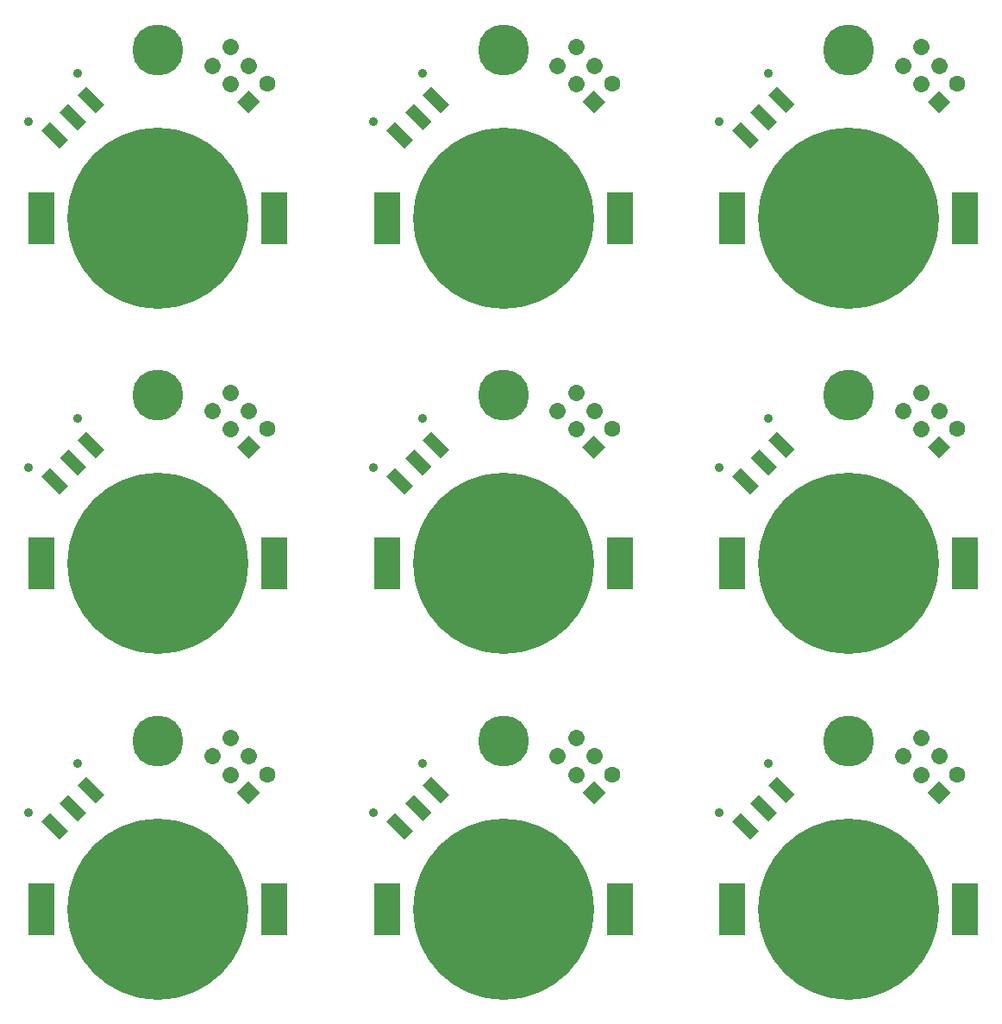
<source format=gbs>
%MOIN*%
%OFA0B0*%
%FSLAX46Y46*%
%IPPOS*%
%LPD*%
%ADD10C,0.0039370078740157488*%
%ADD11C,0.19685039370078741*%
%ADD12C,0.70000000000000007*%
%ADD13R,0.1X0.2*%
%ADD14C,0.062992125984251982*%
%ADD15C,0.062992125984251982*%
%ADD16C,0.035433070866141732*%
%ADD27C,0.0039370078740157488*%
%ADD28C,0.19685039370078741*%
%ADD29C,0.70000000000000007*%
%ADD30R,0.1X0.2*%
%ADD31C,0.062992125984251982*%
%ADD32C,0.062992125984251982*%
%ADD33C,0.035433070866141732*%
%ADD34C,0.0039370078740157488*%
%ADD35C,0.19685039370078741*%
%ADD36C,0.70000000000000007*%
%ADD37R,0.1X0.2*%
%ADD38C,0.062992125984251982*%
%ADD39C,0.062992125984251982*%
%ADD40C,0.035433070866141732*%
%ADD41C,0.0039370078740157488*%
%ADD42C,0.19685039370078741*%
%ADD43C,0.70000000000000007*%
%ADD44R,0.1X0.2*%
%ADD45C,0.062992125984251982*%
%ADD46C,0.062992125984251982*%
%ADD47C,0.035433070866141732*%
%ADD48C,0.0039370078740157488*%
%ADD49C,0.19685039370078741*%
%ADD50C,0.70000000000000007*%
%ADD51R,0.1X0.2*%
%ADD52C,0.062992125984251982*%
%ADD53C,0.062992125984251982*%
%ADD54C,0.035433070866141732*%
%ADD55C,0.0039370078740157488*%
%ADD56C,0.19685039370078741*%
%ADD57C,0.70000000000000007*%
%ADD58R,0.1X0.2*%
%ADD59C,0.062992125984251982*%
%ADD60C,0.062992125984251982*%
%ADD61C,0.035433070866141732*%
%ADD62C,0.0039370078740157488*%
%ADD63C,0.19685039370078741*%
%ADD64C,0.70000000000000007*%
%ADD65R,0.1X0.2*%
%ADD66C,0.062992125984251982*%
%ADD67C,0.062992125984251982*%
%ADD68C,0.035433070866141732*%
%ADD69C,0.0039370078740157488*%
%ADD70C,0.19685039370078741*%
%ADD71C,0.70000000000000007*%
%ADD72R,0.1X0.2*%
%ADD73C,0.062992125984251982*%
%ADD74C,0.062992125984251982*%
%ADD75C,0.035433070866141732*%
%ADD76C,0.0039370078740157488*%
%ADD77C,0.19685039370078741*%
%ADD78C,0.70000000000000007*%
%ADD79R,0.1X0.2*%
%ADD80C,0.062992125984251982*%
%ADD81C,0.062992125984251982*%
%ADD82C,0.035433070866141732*%
G01*
D10*
D11*
X-0007591779Y0004208262D02*
X0000608220Y0001058262D03*
D12*
X0000608220Y0000408262D03*
D13*
X0001058220Y0000408262D03*
X0000158220Y0000408262D03*
D10*
G36*
X0000958220Y0000813720D02*
X0000913677Y0000858262D01*
X0000958220Y0000902804D01*
X0001002762Y0000858262D01*
X0000958220Y0000813720D01*
X0000958220Y0000813720D01*
G37*
D14*
X0001028930Y0000928972D03*
D15*
X0000887509Y0000928972D02*
X0000887509Y0000928972D01*
X0000958220Y0000999683D02*
X0000958220Y0000999683D01*
X0000816798Y0000999683D02*
X0000816798Y0000999683D01*
X0000887509Y0001070394D02*
X0000887509Y0001070394D01*
D16*
X0000296315Y0000969471D03*
D10*
G36*
X0000226718Y0000677163D02*
X0000157121Y0000746760D01*
X0000190527Y0000780167D01*
X0000260124Y0000710569D01*
X0000226718Y0000677163D01*
X0000226718Y0000677163D01*
G37*
G36*
X0000297428Y0000747873D02*
X0000227831Y0000817471D01*
X0000261238Y0000850877D01*
X0000330835Y0000781280D01*
X0000297428Y0000747873D01*
X0000297428Y0000747873D01*
G37*
G36*
X0000365912Y0000816357D02*
X0000296315Y0000885954D01*
X0000329722Y0000919361D01*
X0000399319Y0000849764D01*
X0000365912Y0000816357D01*
X0000365912Y0000816357D01*
G37*
D16*
X0000107011Y0000780167D03*
G04 next file*
G04 #@! TF.FileFunction,Soldermask,Bot*
G04 Gerber Fmt 4.6, Leading zero omitted, Abs format (unit mm)*
G04 Created by KiCad (PCBNEW 4.0.6) date 10/10/19 11:50:36*
G01*
G04 APERTURE LIST*
G04 APERTURE END LIST*
D27*
D28*
X-0007591779Y0005542896D02*
X0000608220Y0002392896D03*
D29*
X0000608220Y0001742896D03*
D30*
X0001058220Y0001742896D03*
X0000158220Y0001742896D03*
D27*
G36*
X0000958220Y0002148354D02*
X0000913677Y0002192896D01*
X0000958220Y0002237439D01*
X0001002762Y0002192896D01*
X0000958220Y0002148354D01*
X0000958220Y0002148354D01*
G37*
D31*
X0001028930Y0002263607D03*
D32*
X0000887509Y0002263607D02*
X0000887509Y0002263607D01*
X0000958220Y0002334318D02*
X0000958220Y0002334318D01*
X0000816798Y0002334318D02*
X0000816798Y0002334318D01*
X0000887509Y0002405028D02*
X0000887509Y0002405028D01*
D33*
X0000296315Y0002304105D03*
D27*
G36*
X0000226718Y0002011797D02*
X0000157121Y0002081395D01*
X0000190527Y0002114801D01*
X0000260124Y0002045204D01*
X0000226718Y0002011797D01*
X0000226718Y0002011797D01*
G37*
G36*
X0000297428Y0002082508D02*
X0000227831Y0002152105D01*
X0000261238Y0002185512D01*
X0000330835Y0002115915D01*
X0000297428Y0002082508D01*
X0000297428Y0002082508D01*
G37*
G36*
X0000365912Y0002150992D02*
X0000296315Y0002220589D01*
X0000329722Y0002253995D01*
X0000399319Y0002184398D01*
X0000365912Y0002150992D01*
X0000365912Y0002150992D01*
G37*
D33*
X0000107011Y0002114801D03*
G04 next file*
G04 #@! TF.FileFunction,Soldermask,Bot*
G04 Gerber Fmt 4.6, Leading zero omitted, Abs format (unit mm)*
G04 Created by KiCad (PCBNEW 4.0.6) date 10/10/19 11:50:36*
G01*
G04 APERTURE LIST*
G04 APERTURE END LIST*
D34*
D35*
X-0007591779Y0006877531D02*
X0000608220Y0003727531D03*
D36*
X0000608220Y0003077531D03*
D37*
X0001058220Y0003077531D03*
X0000158220Y0003077531D03*
D34*
G36*
X0000958220Y0003482989D02*
X0000913677Y0003527531D01*
X0000958220Y0003572073D01*
X0001002762Y0003527531D01*
X0000958220Y0003482989D01*
X0000958220Y0003482989D01*
G37*
D38*
X0001028930Y0003598242D03*
D39*
X0000887509Y0003598242D02*
X0000887509Y0003598242D01*
X0000958220Y0003668952D02*
X0000958220Y0003668952D01*
X0000816798Y0003668952D02*
X0000816798Y0003668952D01*
X0000887509Y0003739663D02*
X0000887509Y0003739663D01*
D40*
X0000296315Y0003638740D03*
D34*
G36*
X0000226718Y0003346432D02*
X0000157121Y0003416029D01*
X0000190527Y0003449436D01*
X0000260124Y0003379839D01*
X0000226718Y0003346432D01*
X0000226718Y0003346432D01*
G37*
G36*
X0000297428Y0003417143D02*
X0000227831Y0003486740D01*
X0000261238Y0003520146D01*
X0000330835Y0003450549D01*
X0000297428Y0003417143D01*
X0000297428Y0003417143D01*
G37*
G36*
X0000365912Y0003485626D02*
X0000296315Y0003555223D01*
X0000329722Y0003588630D01*
X0000399319Y0003519033D01*
X0000365912Y0003485626D01*
X0000365912Y0003485626D01*
G37*
D40*
X0000107011Y0003449436D03*
G04 next file*
G04 #@! TF.FileFunction,Soldermask,Bot*
G04 Gerber Fmt 4.6, Leading zero omitted, Abs format (unit mm)*
G04 Created by KiCad (PCBNEW 4.0.6) date 10/10/19 11:50:36*
G01*
G04 APERTURE LIST*
G04 APERTURE END LIST*
D41*
D42*
X-0006257173Y0004208262D02*
X0001942826Y0001058262D03*
D43*
X0001942826Y0000408262D03*
D44*
X0002392826Y0000408262D03*
X0001492826Y0000408262D03*
D41*
G36*
X0002292826Y0000813720D02*
X0002248284Y0000858262D01*
X0002292826Y0000902804D01*
X0002337368Y0000858262D01*
X0002292826Y0000813720D01*
X0002292826Y0000813720D01*
G37*
D45*
X0002363537Y0000928972D03*
D46*
X0002222115Y0000928972D02*
X0002222115Y0000928972D01*
X0002292826Y0000999683D02*
X0002292826Y0000999683D01*
X0002151405Y0000999683D02*
X0002151405Y0000999683D01*
X0002222115Y0001070394D02*
X0002222115Y0001070394D01*
D47*
X0001630921Y0000969471D03*
D41*
G36*
X0001561324Y0000677163D02*
X0001491727Y0000746760D01*
X0001525134Y0000780167D01*
X0001594731Y0000710569D01*
X0001561324Y0000677163D01*
X0001561324Y0000677163D01*
G37*
G36*
X0001632035Y0000747873D02*
X0001562438Y0000817471D01*
X0001595844Y0000850877D01*
X0001665441Y0000781280D01*
X0001632035Y0000747873D01*
X0001632035Y0000747873D01*
G37*
G36*
X0001700518Y0000816357D02*
X0001630921Y0000885954D01*
X0001664328Y0000919361D01*
X0001733925Y0000849764D01*
X0001700518Y0000816357D01*
X0001700518Y0000816357D01*
G37*
D47*
X0001441617Y0000780167D03*
G04 next file*
G04 #@! TF.FileFunction,Soldermask,Bot*
G04 Gerber Fmt 4.6, Leading zero omitted, Abs format (unit mm)*
G04 Created by KiCad (PCBNEW 4.0.6) date 10/10/19 11:50:36*
G01*
G04 APERTURE LIST*
G04 APERTURE END LIST*
D48*
D49*
X-0004922567Y0004208262D02*
X0003277432Y0001058262D03*
D50*
X0003277432Y0000408262D03*
D51*
X0003727432Y0000408262D03*
X0002827432Y0000408262D03*
D48*
G36*
X0003627432Y0000813720D02*
X0003582890Y0000858262D01*
X0003627432Y0000902804D01*
X0003671975Y0000858262D01*
X0003627432Y0000813720D01*
X0003627432Y0000813720D01*
G37*
D52*
X0003698143Y0000928972D03*
D53*
X0003556722Y0000928972D02*
X0003556722Y0000928972D01*
X0003627432Y0000999683D02*
X0003627432Y0000999683D01*
X0003486011Y0000999683D02*
X0003486011Y0000999683D01*
X0003556722Y0001070394D02*
X0003556722Y0001070394D01*
D54*
X0002965528Y0000969471D03*
D48*
G36*
X0002895931Y0000677163D02*
X0002826333Y0000746760D01*
X0002859740Y0000780167D01*
X0002929337Y0000710569D01*
X0002895931Y0000677163D01*
X0002895931Y0000677163D01*
G37*
G36*
X0002966641Y0000747873D02*
X0002897044Y0000817471D01*
X0002930451Y0000850877D01*
X0003000048Y0000781280D01*
X0002966641Y0000747873D01*
X0002966641Y0000747873D01*
G37*
G36*
X0003035125Y0000816357D02*
X0002965528Y0000885954D01*
X0002998934Y0000919361D01*
X0003068531Y0000849764D01*
X0003035125Y0000816357D01*
X0003035125Y0000816357D01*
G37*
D54*
X0002776223Y0000780167D03*
G04 next file*
G04 #@! TF.FileFunction,Soldermask,Bot*
G04 Gerber Fmt 4.6, Leading zero omitted, Abs format (unit mm)*
G04 Created by KiCad (PCBNEW 4.0.6) date 10/10/19 11:50:36*
G01*
G04 APERTURE LIST*
G04 APERTURE END LIST*
D55*
D56*
X-0006257173Y0005542896D02*
X0001942826Y0002392896D03*
D57*
X0001942826Y0001742896D03*
D58*
X0002392826Y0001742896D03*
X0001492826Y0001742896D03*
D55*
G36*
X0002292826Y0002148354D02*
X0002248284Y0002192896D01*
X0002292826Y0002237439D01*
X0002337368Y0002192896D01*
X0002292826Y0002148354D01*
X0002292826Y0002148354D01*
G37*
D59*
X0002363537Y0002263607D03*
D60*
X0002222115Y0002263607D02*
X0002222115Y0002263607D01*
X0002292826Y0002334318D02*
X0002292826Y0002334318D01*
X0002151405Y0002334318D02*
X0002151405Y0002334318D01*
X0002222115Y0002405028D02*
X0002222115Y0002405028D01*
D61*
X0001630921Y0002304105D03*
D55*
G36*
X0001561324Y0002011797D02*
X0001491727Y0002081395D01*
X0001525134Y0002114801D01*
X0001594731Y0002045204D01*
X0001561324Y0002011797D01*
X0001561324Y0002011797D01*
G37*
G36*
X0001632035Y0002082508D02*
X0001562438Y0002152105D01*
X0001595844Y0002185512D01*
X0001665441Y0002115915D01*
X0001632035Y0002082508D01*
X0001632035Y0002082508D01*
G37*
G36*
X0001700518Y0002150992D02*
X0001630921Y0002220589D01*
X0001664328Y0002253995D01*
X0001733925Y0002184398D01*
X0001700518Y0002150992D01*
X0001700518Y0002150992D01*
G37*
D61*
X0001441617Y0002114801D03*
G04 next file*
G04 #@! TF.FileFunction,Soldermask,Bot*
G04 Gerber Fmt 4.6, Leading zero omitted, Abs format (unit mm)*
G04 Created by KiCad (PCBNEW 4.0.6) date 10/10/19 11:50:36*
G01*
G04 APERTURE LIST*
G04 APERTURE END LIST*
D62*
D63*
X-0006257173Y0006877531D02*
X0001942826Y0003727531D03*
D64*
X0001942826Y0003077531D03*
D65*
X0002392826Y0003077531D03*
X0001492826Y0003077531D03*
D62*
G36*
X0002292826Y0003482989D02*
X0002248284Y0003527531D01*
X0002292826Y0003572073D01*
X0002337368Y0003527531D01*
X0002292826Y0003482989D01*
X0002292826Y0003482989D01*
G37*
D66*
X0002363537Y0003598242D03*
D67*
X0002222115Y0003598242D02*
X0002222115Y0003598242D01*
X0002292826Y0003668952D02*
X0002292826Y0003668952D01*
X0002151405Y0003668952D02*
X0002151405Y0003668952D01*
X0002222115Y0003739663D02*
X0002222115Y0003739663D01*
D68*
X0001630921Y0003638740D03*
D62*
G36*
X0001561324Y0003346432D02*
X0001491727Y0003416029D01*
X0001525134Y0003449436D01*
X0001594731Y0003379839D01*
X0001561324Y0003346432D01*
X0001561324Y0003346432D01*
G37*
G36*
X0001632035Y0003417143D02*
X0001562438Y0003486740D01*
X0001595844Y0003520146D01*
X0001665441Y0003450549D01*
X0001632035Y0003417143D01*
X0001632035Y0003417143D01*
G37*
G36*
X0001700518Y0003485626D02*
X0001630921Y0003555223D01*
X0001664328Y0003588630D01*
X0001733925Y0003519033D01*
X0001700518Y0003485626D01*
X0001700518Y0003485626D01*
G37*
D68*
X0001441617Y0003449436D03*
G04 next file*
G04 #@! TF.FileFunction,Soldermask,Bot*
G04 Gerber Fmt 4.6, Leading zero omitted, Abs format (unit mm)*
G04 Created by KiCad (PCBNEW 4.0.6) date 10/10/19 11:50:36*
G01*
G04 APERTURE LIST*
G04 APERTURE END LIST*
D69*
D70*
X-0004922567Y0005542896D02*
X0003277432Y0002392896D03*
D71*
X0003277432Y0001742896D03*
D72*
X0003727432Y0001742896D03*
X0002827432Y0001742896D03*
D69*
G36*
X0003627432Y0002148354D02*
X0003582890Y0002192896D01*
X0003627432Y0002237439D01*
X0003671975Y0002192896D01*
X0003627432Y0002148354D01*
X0003627432Y0002148354D01*
G37*
D73*
X0003698143Y0002263607D03*
D74*
X0003556722Y0002263607D02*
X0003556722Y0002263607D01*
X0003627432Y0002334318D02*
X0003627432Y0002334318D01*
X0003486011Y0002334318D02*
X0003486011Y0002334318D01*
X0003556722Y0002405028D02*
X0003556722Y0002405028D01*
D75*
X0002965528Y0002304105D03*
D69*
G36*
X0002895931Y0002011797D02*
X0002826333Y0002081395D01*
X0002859740Y0002114801D01*
X0002929337Y0002045204D01*
X0002895931Y0002011797D01*
X0002895931Y0002011797D01*
G37*
G36*
X0002966641Y0002082508D02*
X0002897044Y0002152105D01*
X0002930451Y0002185512D01*
X0003000048Y0002115915D01*
X0002966641Y0002082508D01*
X0002966641Y0002082508D01*
G37*
G36*
X0003035125Y0002150992D02*
X0002965528Y0002220589D01*
X0002998934Y0002253995D01*
X0003068531Y0002184398D01*
X0003035125Y0002150992D01*
X0003035125Y0002150992D01*
G37*
D75*
X0002776223Y0002114801D03*
G04 next file*
G04 #@! TF.FileFunction,Soldermask,Bot*
G04 Gerber Fmt 4.6, Leading zero omitted, Abs format (unit mm)*
G04 Created by KiCad (PCBNEW 4.0.6) date 10/10/19 11:50:36*
G01*
G04 APERTURE LIST*
G04 APERTURE END LIST*
D76*
D77*
X-0004922567Y0006877531D02*
X0003277432Y0003727531D03*
D78*
X0003277432Y0003077531D03*
D79*
X0003727432Y0003077531D03*
X0002827432Y0003077531D03*
D76*
G36*
X0003627432Y0003482989D02*
X0003582890Y0003527531D01*
X0003627432Y0003572073D01*
X0003671975Y0003527531D01*
X0003627432Y0003482989D01*
X0003627432Y0003482989D01*
G37*
D80*
X0003698143Y0003598242D03*
D81*
X0003556722Y0003598242D02*
X0003556722Y0003598242D01*
X0003627432Y0003668952D02*
X0003627432Y0003668952D01*
X0003486011Y0003668952D02*
X0003486011Y0003668952D01*
X0003556722Y0003739663D02*
X0003556722Y0003739663D01*
D82*
X0002965528Y0003638740D03*
D76*
G36*
X0002895931Y0003346432D02*
X0002826333Y0003416029D01*
X0002859740Y0003449436D01*
X0002929337Y0003379839D01*
X0002895931Y0003346432D01*
X0002895931Y0003346432D01*
G37*
G36*
X0002966641Y0003417143D02*
X0002897044Y0003486740D01*
X0002930451Y0003520146D01*
X0003000048Y0003450549D01*
X0002966641Y0003417143D01*
X0002966641Y0003417143D01*
G37*
G36*
X0003035125Y0003485626D02*
X0002965528Y0003555223D01*
X0002998934Y0003588630D01*
X0003068531Y0003519033D01*
X0003035125Y0003485626D01*
X0003035125Y0003485626D01*
G37*
D82*
X0002776223Y0003449436D03*
M02*
</source>
